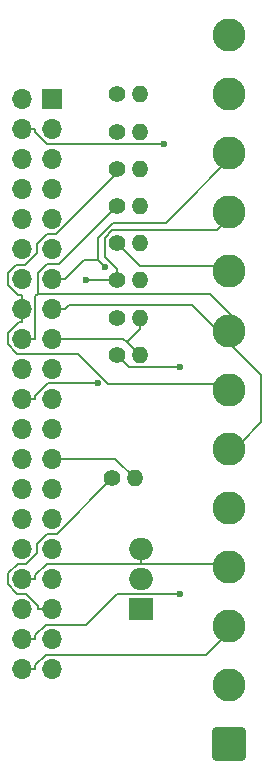
<source format=gbr>
%TF.GenerationSoftware,KiCad,Pcbnew,8.0.8*%
%TF.CreationDate,2025-02-15T16:15:48-08:00*%
%TF.ProjectId,PhonePiHat,50686f6e-6550-4694-9861-742e6b696361,rev?*%
%TF.SameCoordinates,Original*%
%TF.FileFunction,Copper,L2,Bot*%
%TF.FilePolarity,Positive*%
%FSLAX46Y46*%
G04 Gerber Fmt 4.6, Leading zero omitted, Abs format (unit mm)*
G04 Created by KiCad (PCBNEW 8.0.8) date 2025-02-15 16:15:48*
%MOMM*%
%LPD*%
G01*
G04 APERTURE LIST*
G04 Aperture macros list*
%AMRoundRect*
0 Rectangle with rounded corners*
0 $1 Rounding radius*
0 $2 $3 $4 $5 $6 $7 $8 $9 X,Y pos of 4 corners*
0 Add a 4 corners polygon primitive as box body*
4,1,4,$2,$3,$4,$5,$6,$7,$8,$9,$2,$3,0*
0 Add four circle primitives for the rounded corners*
1,1,$1+$1,$2,$3*
1,1,$1+$1,$4,$5*
1,1,$1+$1,$6,$7*
1,1,$1+$1,$8,$9*
0 Add four rect primitives between the rounded corners*
20,1,$1+$1,$2,$3,$4,$5,0*
20,1,$1+$1,$4,$5,$6,$7,0*
20,1,$1+$1,$6,$7,$8,$9,0*
20,1,$1+$1,$8,$9,$2,$3,0*%
G04 Aperture macros list end*
%TA.AperFunction,ComponentPad*%
%ADD10R,1.700000X1.700000*%
%TD*%
%TA.AperFunction,ComponentPad*%
%ADD11O,1.700000X1.700000*%
%TD*%
%TA.AperFunction,ComponentPad*%
%ADD12C,1.400000*%
%TD*%
%TA.AperFunction,ComponentPad*%
%ADD13O,1.400000X1.400000*%
%TD*%
%TA.AperFunction,ComponentPad*%
%ADD14R,2.000000X1.905000*%
%TD*%
%TA.AperFunction,ComponentPad*%
%ADD15O,2.000000X1.905000*%
%TD*%
%TA.AperFunction,ComponentPad*%
%ADD16RoundRect,0.250001X1.149999X-1.149999X1.149999X1.149999X-1.149999X1.149999X-1.149999X-1.149999X0*%
%TD*%
%TA.AperFunction,ComponentPad*%
%ADD17C,2.800000*%
%TD*%
%TA.AperFunction,ViaPad*%
%ADD18C,0.600000*%
%TD*%
%TA.AperFunction,Conductor*%
%ADD19C,0.200000*%
%TD*%
G04 APERTURE END LIST*
D10*
%TO.P,J1,1,3V3*%
%TO.N,Net-(J2-Pin_4)*%
X58970000Y-49370000D03*
D11*
%TO.P,J1,2,5V*%
%TO.N,Net-(J2-Pin_2)*%
X56430000Y-49370000D03*
%TO.P,J1,3,SDA_I2C1/GPIO02*%
%TO.N,unconnected-(J1-SDA_I2C1{slash}GPIO02-Pad3)*%
X58970000Y-51910000D03*
%TO.P,J1,4,5V*%
%TO.N,Net-(J2-Pin_2)*%
X56430000Y-51910000D03*
%TO.P,J1,5,SCL_I2C1/GPIO03*%
%TO.N,unconnected-(J1-SCL_I2C1{slash}GPIO03-Pad5)*%
X58970000Y-54450000D03*
%TO.P,J1,6,GND*%
%TO.N,Net-(J2-Pin_4)*%
X56430000Y-54450000D03*
%TO.P,J1,7,GPCLK0/GPIO04*%
%TO.N,unconnected-(J1-GPCLK0{slash}GPIO04-Pad7)*%
X58970000Y-56990000D03*
%TO.P,J1,8,GPIO14/UART_TXD*%
%TO.N,unconnected-(J1-GPIO14{slash}UART_TXD-Pad8)*%
X56430000Y-56990000D03*
%TO.P,J1,9,GND*%
%TO.N,Net-(J2-Pin_4)*%
X58970000Y-59530000D03*
%TO.P,J1,10,GPIO15/UART_RXD*%
%TO.N,unconnected-(J1-GPIO15{slash}UART_RXD-Pad10)*%
X56430000Y-59530000D03*
%TO.P,J1,11,GPIO17/SPI1_~{CE1}*%
%TO.N,Net-(J1-GPIO17{slash}SPI1_~{CE1})*%
X58970000Y-62070000D03*
%TO.P,J1,12,GPIO18/SPI1_~{CE0}/PCM_CLK/PWM0*%
%TO.N,unconnected-(J1-GPIO18{slash}SPI1_~{CE0}{slash}PCM_CLK{slash}PWM0-Pad12)*%
X56430000Y-62070000D03*
%TO.P,J1,13,GPIO27/SDIO_DAT3*%
%TO.N,Net-(J1-GPIO27{slash}SDIO_DAT3)*%
X58970000Y-64610000D03*
%TO.P,J1,14,GND*%
%TO.N,Net-(J2-Pin_4)*%
X56430000Y-64610000D03*
%TO.P,J1,15,GPIO22/SDIO_CLK*%
%TO.N,Net-(J1-GPIO22{slash}SDIO_CLK)*%
X58970000Y-67150000D03*
%TO.P,J1,16,GPIO23/SDIO_CMD*%
%TO.N,Net-(J1-GPIO23{slash}SDIO_CMD)*%
X56430000Y-67150000D03*
%TO.P,J1,17,3V3*%
%TO.N,Net-(J2-Pin_4)*%
X58970000Y-69690000D03*
%TO.P,J1,18,GPIO24/SDIO_DAT0*%
%TO.N,Net-(J1-GPIO24{slash}SDIO_DAT0)*%
X56430000Y-69690000D03*
%TO.P,J1,19,MOSI_SPI0/GPIO10*%
%TO.N,unconnected-(J1-MOSI_SPI0{slash}GPIO10-Pad19)*%
X58970000Y-72230000D03*
%TO.P,J1,20,GND*%
%TO.N,Net-(J2-Pin_4)*%
X56430000Y-72230000D03*
%TO.P,J1,21,MISO_SPI0/GPIO09*%
%TO.N,unconnected-(J1-MISO_SPI0{slash}GPIO09-Pad21)*%
X58970000Y-74770000D03*
%TO.P,J1,22,GPIO25/SDIO_DAT1*%
%TO.N,Net-(J1-GPIO25{slash}SDIO_DAT1)*%
X56430000Y-74770000D03*
%TO.P,J1,23,SCLK_SPI0/GPIO11*%
%TO.N,unconnected-(J1-SCLK_SPI0{slash}GPIO11-Pad23)*%
X58970000Y-77310000D03*
%TO.P,J1,24,~{CE0}_SPI0/GPIO08*%
%TO.N,unconnected-(J1-~{CE0}_SPI0{slash}GPIO08-Pad24)*%
X56430000Y-77310000D03*
%TO.P,J1,25,GND*%
%TO.N,Net-(J2-Pin_4)*%
X58970000Y-79850000D03*
%TO.P,J1,26,~{CE1}_SPI0/GPIO07*%
%TO.N,unconnected-(J1-~{CE1}_SPI0{slash}GPIO07-Pad26)*%
X56430000Y-79850000D03*
%TO.P,J1,27,ID_SD_I2C0/GPIO00*%
%TO.N,unconnected-(J1-ID_SD_I2C0{slash}GPIO00-Pad27)*%
X58970000Y-82390000D03*
%TO.P,J1,28,ID_SC_I2C0/GPIO01*%
%TO.N,unconnected-(J1-ID_SC_I2C0{slash}GPIO01-Pad28)*%
X56430000Y-82390000D03*
%TO.P,J1,29,GPCLK1/GPIO05*%
%TO.N,unconnected-(J1-GPCLK1{slash}GPIO05-Pad29)*%
X58970000Y-84930000D03*
%TO.P,J1,30,GND*%
%TO.N,Net-(J2-Pin_4)*%
X56430000Y-84930000D03*
%TO.P,J1,31,GPCLK2/GPIO06*%
%TO.N,unconnected-(J1-GPCLK2{slash}GPIO06-Pad31)*%
X58970000Y-87470000D03*
%TO.P,J1,32,GPIO12/PWM0*%
%TO.N,unconnected-(J1-GPIO12{slash}PWM0-Pad32)*%
X56430000Y-87470000D03*
%TO.P,J1,33,GPIO13/PWM1*%
%TO.N,unconnected-(J1-GPIO13{slash}PWM1-Pad33)*%
X58970000Y-90010000D03*
%TO.P,J1,34,GND*%
%TO.N,Net-(J2-Pin_4)*%
X56430000Y-90010000D03*
%TO.P,J1,35,GPIO19/SPI1_MISO/PCM_FS*%
%TO.N,Net-(J1-GPIO19{slash}SPI1_MISO{slash}PCM_FS)*%
X58970000Y-92550000D03*
%TO.P,J1,36,GPIO16/SPI1_~{CE2}*%
%TO.N,unconnected-(J1-GPIO16{slash}SPI1_~{CE2}-Pad36)*%
X56430000Y-92550000D03*
%TO.P,J1,37,GPIO26/SDIO_DAT2*%
%TO.N,Net-(J1-GPIO26{slash}SDIO_DAT2)*%
X58970000Y-95090000D03*
%TO.P,J1,38,GPIO20/SPI1_MOSI/PCM_DIN/PWM1*%
%TO.N,Net-(J1-GPIO20{slash}SPI1_MOSI{slash}PCM_DIN{slash}PWM1)*%
X56430000Y-95090000D03*
%TO.P,J1,39,GND*%
%TO.N,Net-(J2-Pin_4)*%
X58970000Y-97630000D03*
%TO.P,J1,40,GPIO21/SPI1_SCLK/PCM_DOUT*%
%TO.N,Net-(J1-GPIO21{slash}SPI1_SCLK{slash}PCM_DOUT)*%
X56430000Y-97630000D03*
%TD*%
D12*
%TO.P,R1,1*%
%TO.N,Net-(J1-GPIO17{slash}SPI1_~{CE1})*%
X64500000Y-49000000D03*
D13*
%TO.P,R1,2*%
%TO.N,Net-(J2-Pin_4)*%
X66400000Y-49000000D03*
%TD*%
D12*
%TO.P,R10,1*%
%TO.N,Net-(J1-GPIO19{slash}SPI1_MISO{slash}PCM_FS)*%
X64095000Y-81500000D03*
D13*
%TO.P,R10,2*%
%TO.N,Net-(J2-Pin_4)*%
X65995000Y-81500000D03*
%TD*%
D14*
%TO.P,Q1,1,G*%
%TO.N,Net-(J1-GPIO17{slash}SPI1_~{CE1})*%
X66500000Y-92580000D03*
D15*
%TO.P,Q1,2,D*%
%TO.N,Net-(J2-Pin_1)*%
X66500000Y-90040000D03*
%TO.P,Q1,3,S*%
%TO.N,Net-(J2-Pin_4)*%
X66500000Y-87500000D03*
%TD*%
D12*
%TO.P,R3,1*%
%TO.N,Net-(J1-GPIO22{slash}SDIO_CLK)*%
X64500000Y-52150000D03*
D13*
%TO.P,R3,2*%
%TO.N,Net-(J2-Pin_4)*%
X66400000Y-52150000D03*
%TD*%
D12*
%TO.P,R4,1*%
%TO.N,Net-(J1-GPIO23{slash}SDIO_CMD)*%
X64500000Y-55300000D03*
D13*
%TO.P,R4,2*%
%TO.N,Net-(J2-Pin_4)*%
X66400000Y-55300000D03*
%TD*%
D12*
%TO.P,R6,1*%
%TO.N,Net-(J1-GPIO25{slash}SDIO_DAT1)*%
X64500000Y-61600000D03*
D13*
%TO.P,R6,2*%
%TO.N,Net-(J2-Pin_4)*%
X66400000Y-61600000D03*
%TD*%
D16*
%TO.P,J2,1,Pin_1*%
%TO.N,Net-(J2-Pin_1)*%
X74000000Y-104000000D03*
D17*
%TO.P,J2,2,Pin_2*%
%TO.N,Net-(J2-Pin_2)*%
X74000000Y-99000000D03*
%TO.P,J2,3,Pin_3*%
%TO.N,Net-(J1-GPIO21{slash}SPI1_SCLK{slash}PCM_DOUT)*%
X74000000Y-94000000D03*
%TO.P,J2,4,Pin_4*%
%TO.N,Net-(J2-Pin_4)*%
X74000000Y-89000000D03*
%TO.P,J2,5,Pin_5*%
X74000000Y-84000000D03*
%TO.P,J2,6,Pin_6*%
%TO.N,Net-(J1-GPIO22{slash}SDIO_CLK)*%
X74000000Y-79000000D03*
%TO.P,J2,7,Pin_7*%
%TO.N,Net-(J1-GPIO23{slash}SDIO_CMD)*%
X74000000Y-74000000D03*
%TO.P,J2,8,Pin_8*%
%TO.N,Net-(J1-GPIO24{slash}SDIO_DAT0)*%
X74000000Y-69000000D03*
%TO.P,J2,9,Pin_9*%
%TO.N,Net-(J1-GPIO25{slash}SDIO_DAT1)*%
X74000000Y-64000000D03*
%TO.P,J2,10,Pin_10*%
%TO.N,Net-(J1-GPIO26{slash}SDIO_DAT2)*%
X74000000Y-59000000D03*
%TO.P,J2,11,Pin_11*%
%TO.N,Net-(J1-GPIO27{slash}SDIO_DAT3)*%
X74000000Y-54000000D03*
%TO.P,J2,12,Pin_12*%
%TO.N,Net-(J1-GPIO20{slash}SPI1_MOSI{slash}PCM_DIN{slash}PWM1)*%
X74000000Y-49000000D03*
%TO.P,J2,13,Pin_13*%
%TO.N,Net-(J1-GPIO19{slash}SPI1_MISO{slash}PCM_FS)*%
X74000000Y-44000000D03*
%TD*%
D12*
%TO.P,R5,1*%
%TO.N,Net-(J1-GPIO24{slash}SDIO_DAT0)*%
X64500000Y-58450000D03*
D13*
%TO.P,R5,2*%
%TO.N,Net-(J2-Pin_4)*%
X66400000Y-58450000D03*
%TD*%
D12*
%TO.P,R9,1*%
%TO.N,Net-(J1-GPIO20{slash}SPI1_MOSI{slash}PCM_DIN{slash}PWM1)*%
X64500000Y-71050000D03*
D13*
%TO.P,R9,2*%
%TO.N,Net-(J2-Pin_4)*%
X66400000Y-71050000D03*
%TD*%
D12*
%TO.P,R7,1*%
%TO.N,Net-(J1-GPIO26{slash}SDIO_DAT2)*%
X64500000Y-64750000D03*
D13*
%TO.P,R7,2*%
%TO.N,Net-(J2-Pin_4)*%
X66400000Y-64750000D03*
%TD*%
D12*
%TO.P,R8,1*%
%TO.N,Net-(J1-GPIO27{slash}SDIO_DAT3)*%
X64500000Y-67900000D03*
D13*
%TO.P,R8,2*%
%TO.N,Net-(J2-Pin_4)*%
X66400000Y-67900000D03*
%TD*%
D18*
%TO.N,Net-(J2-Pin_2)*%
X68447600Y-53180000D03*
%TO.N,Net-(J1-GPIO26{slash}SDIO_DAT2)*%
X61838600Y-64750000D03*
%TO.N,Net-(J1-GPIO25{slash}SDIO_DAT1)*%
X62842000Y-73429300D03*
%TO.N,Net-(J1-GPIO20{slash}SPI1_MOSI{slash}PCM_DIN{slash}PWM1)*%
X69794800Y-91325800D03*
X69794800Y-72097800D03*
%TO.N,Net-(J1-GPIO27{slash}SDIO_DAT3)*%
X63471600Y-63627200D03*
%TD*%
D19*
%TO.N,Net-(J2-Pin_4)*%
X57581700Y-90010000D02*
X57581700Y-89722100D01*
X58970000Y-79850000D02*
X64345000Y-79850000D01*
X58970000Y-69690000D02*
X60121700Y-69690000D01*
X58563800Y-88740000D02*
X66500000Y-88740000D01*
X65325900Y-69975800D02*
X66400000Y-68901700D01*
X66400000Y-67900000D02*
X66400000Y-68901700D01*
X56430000Y-90010000D02*
X57581700Y-90010000D01*
X75000000Y-88500000D02*
X74745800Y-88754200D01*
X66500000Y-87500000D02*
X66500000Y-88740000D01*
X74745800Y-88754200D02*
X66500000Y-88754200D01*
X64345000Y-79850000D02*
X65995000Y-81500000D01*
X65040000Y-69690000D02*
X60121700Y-69690000D01*
X66400000Y-71050000D02*
X65325900Y-69975800D01*
X66500000Y-88740000D02*
X66500000Y-88754200D01*
X57581700Y-89722100D02*
X58563800Y-88740000D01*
X65325900Y-69975800D02*
X65040000Y-69690000D01*
%TO.N,Net-(J2-Pin_2)*%
X57581700Y-51910000D02*
X57581700Y-52197900D01*
X56430000Y-51910000D02*
X57581700Y-51910000D01*
X57581700Y-52197900D02*
X58563800Y-53180000D01*
X58563800Y-53180000D02*
X68447600Y-53180000D01*
%TO.N,Net-(J1-GPIO26{slash}SDIO_DAT2)*%
X72987500Y-60512500D02*
X75000000Y-58500000D01*
X63465200Y-61147200D02*
X64099900Y-60512500D01*
X64099900Y-60512500D02*
X72987500Y-60512500D01*
X64500000Y-63804700D02*
X63465200Y-62769900D01*
X64500000Y-64750000D02*
X61838600Y-64750000D01*
X64500000Y-64750000D02*
X64500000Y-63804700D01*
X63465200Y-62769900D02*
X63465200Y-61147200D01*
%TO.N,Net-(J1-GPIO25{slash}SDIO_DAT1)*%
X62842000Y-73429300D02*
X58653900Y-73429300D01*
X58653900Y-73429300D02*
X57581700Y-74501500D01*
X75000000Y-63500000D02*
X66400000Y-63500000D01*
X56430000Y-74770000D02*
X57581700Y-74770000D01*
X66400000Y-63500000D02*
X64500000Y-61600000D01*
X57581700Y-74501500D02*
X57581700Y-74770000D01*
%TO.N,Net-(J1-GPIO19{slash}SPI1_MISO{slash}PCM_FS)*%
X55257400Y-89551200D02*
X55257400Y-90502200D01*
X55257400Y-90502200D02*
X56035200Y-91280000D01*
X64095000Y-81500000D02*
X59395000Y-86200000D01*
X56816800Y-91280000D02*
X57818300Y-92281500D01*
X57700000Y-87051600D02*
X57700000Y-87831900D01*
X59395000Y-86200000D02*
X58551600Y-86200000D01*
X56035200Y-91280000D02*
X56816800Y-91280000D01*
X56791700Y-88740200D02*
X56068400Y-88740200D01*
X58551600Y-86200000D02*
X57700000Y-87051600D01*
X58970000Y-92550000D02*
X57818300Y-92550000D01*
X56068400Y-88740200D02*
X55257400Y-89551200D01*
X57700000Y-87831900D02*
X56791700Y-88740200D01*
X57818300Y-92281500D02*
X57818300Y-92550000D01*
%TO.N,Net-(J1-GPIO21{slash}SPI1_SCLK{slash}PCM_DOUT)*%
X72021700Y-96478300D02*
X75000000Y-93500000D01*
X58445400Y-96478300D02*
X72021700Y-96478300D01*
X56430000Y-97630000D02*
X57581700Y-97630000D01*
X57581700Y-97630000D02*
X57581700Y-97342000D01*
X57581700Y-97342000D02*
X58445400Y-96478300D01*
%TO.N,Net-(J1-GPIO22{slash}SDIO_CLK)*%
X60405700Y-66866000D02*
X60121700Y-67150000D01*
X76724600Y-72734600D02*
X70856000Y-66866000D01*
X76724600Y-76775400D02*
X76724600Y-72734600D01*
X70856000Y-66866000D02*
X60405700Y-66866000D01*
X58970000Y-67150000D02*
X60121700Y-67150000D01*
X75000000Y-78500000D02*
X76724600Y-76775400D01*
%TO.N,Net-(J1-GPIO24{slash}SDIO_DAT0)*%
X58603000Y-63340000D02*
X59610000Y-63340000D01*
X57581700Y-69690000D02*
X57581700Y-66089000D01*
X72380000Y-65880000D02*
X57790700Y-65880000D01*
X57790700Y-65880000D02*
X57790700Y-64152300D01*
X59610000Y-63340000D02*
X64500000Y-58450000D01*
X75000000Y-68500000D02*
X72380000Y-65880000D01*
X56430000Y-69690000D02*
X57581700Y-69690000D01*
X57790700Y-64152300D02*
X58603000Y-63340000D01*
X57581700Y-66089000D02*
X57790700Y-65880000D01*
%TO.N,Net-(J1-GPIO20{slash}SPI1_MOSI{slash}PCM_DIN{slash}PWM1)*%
X57581700Y-95090000D02*
X57581700Y-94802000D01*
X58445400Y-93938300D02*
X61884300Y-93938300D01*
X57581700Y-94802000D02*
X58445400Y-93938300D01*
X61884300Y-93938300D02*
X64496800Y-91325800D01*
X64500000Y-71050000D02*
X65547800Y-72097800D01*
X65547800Y-72097800D02*
X69794800Y-72097800D01*
X64496800Y-91325800D02*
X69794800Y-91325800D01*
X56430000Y-95090000D02*
X57581700Y-95090000D01*
%TO.N,Net-(J1-GPIO27{slash}SDIO_DAT3)*%
X60121700Y-64610000D02*
X61692100Y-63039600D01*
X62884000Y-61160300D02*
X62884000Y-63039600D01*
X62884000Y-63039600D02*
X63471600Y-63627200D01*
X61692100Y-63039600D02*
X62884000Y-63039600D01*
X58970000Y-64610000D02*
X60121700Y-64610000D01*
X75000000Y-53500000D02*
X68641300Y-59858700D01*
X68641300Y-59858700D02*
X64185600Y-59858700D01*
X64185600Y-59858700D02*
X62884000Y-61160300D01*
%TO.N,Net-(J1-GPIO23{slash}SDIO_CMD)*%
X56705800Y-63458300D02*
X57700000Y-62464100D01*
X55257400Y-64102700D02*
X55901800Y-63458300D01*
X55228900Y-69234300D02*
X56161500Y-68301700D01*
X57700000Y-62464100D02*
X57700000Y-61651600D01*
X56046400Y-70960000D02*
X55228900Y-70142500D01*
X56142100Y-65998300D02*
X55257400Y-65113600D01*
X58551600Y-60800000D02*
X59359400Y-60800000D01*
X55257400Y-65113600D02*
X55257400Y-64102700D01*
X63763600Y-73500000D02*
X61223600Y-70960000D01*
X61223600Y-70960000D02*
X56046400Y-70960000D01*
X59359400Y-60800000D02*
X64500000Y-55659400D01*
X56430000Y-67150000D02*
X56430000Y-68301700D01*
X56430000Y-65998300D02*
X56142100Y-65998300D01*
X56430000Y-67150000D02*
X56430000Y-65998300D01*
X75000000Y-73500000D02*
X63763600Y-73500000D01*
X56161500Y-68301700D02*
X56430000Y-68301700D01*
X55901800Y-63458300D02*
X56705800Y-63458300D01*
X55228900Y-70142500D02*
X55228900Y-69234300D01*
X64500000Y-55659400D02*
X64500000Y-55300000D01*
X57700000Y-61651600D02*
X58551600Y-60800000D01*
%TD*%
M02*

</source>
